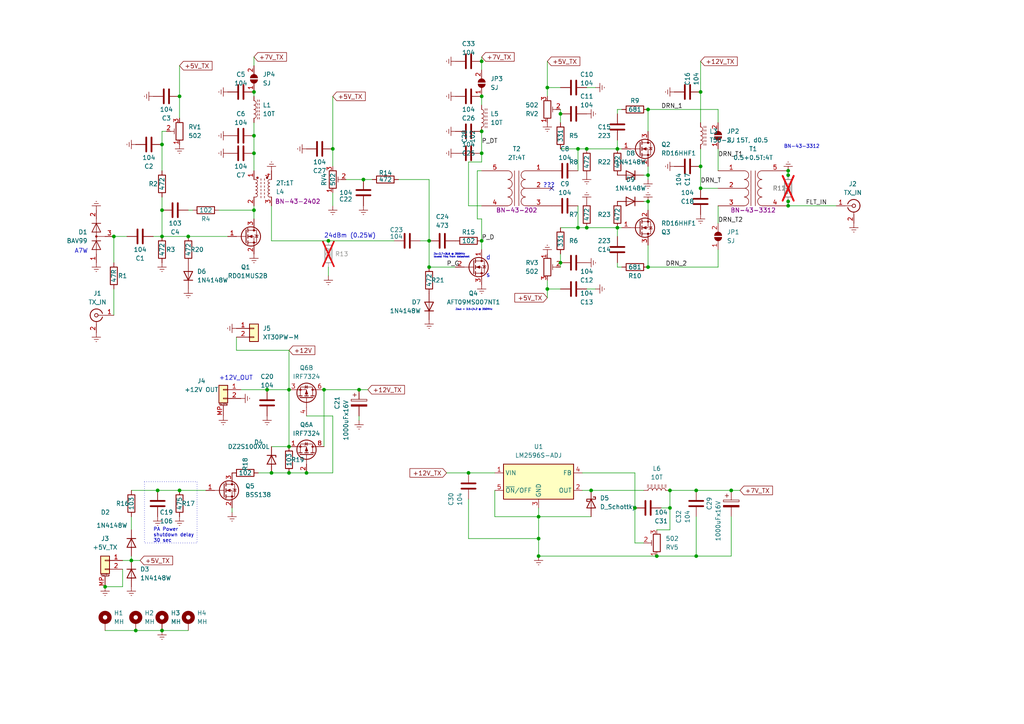
<source format=kicad_sch>
(kicad_sch (version 20230121) (generator eeschema)
  (paper "A4")
  (junction (at 228.6 49.53))
  (junction (at 77.47 113.03))
  (junction (at 158.75 25.4))
  (junction (at 179.07 66.04))
  (junction (at 73.66 39.37))
  (junction (at 228.6 59.69))
  (junction (at 194.31 142.24))
  (junction (at 203.2 54.61))
  (junction (at 73.66 60.96))
  (junction (at 194.31 147.32))
  (junction (at 228.6 58.42))
  (junction (at 156.21 161.29))
  (junction (at 184.15 147.32))
  (junction (at 46.99 60.96))
  (junction (at 187.96 31.75))
  (junction (at 139.7 44.45))
  (junction (at 46.99 182.88))
  (junction (at 95.25 69.85))
  (junction (at 46.99 41.91))
  (junction (at 201.93 161.29))
  (junction (at 203.2 26.67))
  (junction (at 139.7 17.78))
  (junction (at 139.7 38.1))
  (junction (at 124.46 69.85))
  (junction (at 52.07 142.24))
  (junction (at 139.7 69.85))
  (junction (at 171.45 142.24))
  (junction (at 124.46 77.47))
  (junction (at 187.96 58.42))
  (junction (at 33.02 68.58))
  (junction (at 156.21 149.86))
  (junction (at 46.99 68.58))
  (junction (at 73.66 44.45))
  (junction (at 52.07 27.94))
  (junction (at 179.07 43.18))
  (junction (at 162.56 33.02))
  (junction (at 158.75 83.82))
  (junction (at 162.56 76.2))
  (junction (at 78.74 137.16))
  (junction (at 96.52 43.18))
  (junction (at 93.98 113.03))
  (junction (at 139.7 27.94))
  (junction (at 45.72 142.24))
  (junction (at 73.66 26.67))
  (junction (at 30.48 170.18))
  (junction (at 170.18 66.04))
  (junction (at 38.1 162.56))
  (junction (at 156.21 156.21))
  (junction (at 105.41 52.07))
  (junction (at 54.61 68.58))
  (junction (at 212.09 142.24))
  (junction (at 187.96 50.8))
  (junction (at 83.82 137.16))
  (junction (at 83.82 129.54))
  (junction (at 170.18 43.18))
  (junction (at 228.6 50.8))
  (junction (at 83.82 113.03))
  (junction (at 187.96 77.47))
  (junction (at 167.64 43.18))
  (junction (at 104.14 113.03))
  (junction (at 167.64 66.04))
  (junction (at 135.89 137.16))
  (junction (at 201.93 142.24))
  (junction (at 190.5 161.29))
  (junction (at 39.37 182.88))
  (junction (at 88.9 137.16))
  (junction (at 203.2 48.26))
  (no_connect (at 160.02 54.61))
  (wire (pts (xy 83.82 101.6) (xy 83.82 113.03)))
  (wire (pts (xy 184.15 147.32) (xy 184.15 137.16)))
  (wire (pts (xy 69.85 113.03) (xy 77.47 113.03)))
  (wire (pts (xy 38.1 153.67) (xy 38.1 149.86)))
  (wire (pts (xy 186.69 50.8) (xy 187.96 50.8)))
  (wire (pts (xy 191.77 147.32) (xy 194.31 147.32)))
  (wire (pts (xy 104.14 120.65) (xy 104.14 121.92)))
  (wire (pts (xy 138.43 49.53) (xy 138.43 63.5)))
  (wire (pts (xy 135.89 144.78) (xy 135.89 156.21)))
  (wire (pts (xy 44.45 68.58) (xy 46.99 68.58)))
  (wire (pts (xy 201.93 161.29) (xy 190.5 161.29)))
  (wire (pts (xy 170.18 43.18) (xy 179.07 43.18)))
  (wire (pts (xy 203.2 17.78) (xy 203.2 26.67)))
  (wire (pts (xy 170.18 66.04) (xy 179.07 66.04)))
  (wire (pts (xy 167.64 59.69) (xy 167.64 66.04)))
  (wire (pts (xy 184.15 137.16) (xy 168.91 137.16)))
  (wire (pts (xy 63.5 60.96) (xy 73.66 60.96)))
  (wire (pts (xy 73.66 39.37) (xy 73.66 44.45)))
  (wire (pts (xy 167.64 43.18) (xy 167.64 49.53)))
  (wire (pts (xy 95.25 69.85) (xy 114.3 69.85)))
  (wire (pts (xy 158.75 83.82) (xy 158.75 81.28)))
  (wire (pts (xy 139.7 38.1) (xy 139.7 44.45)))
  (wire (pts (xy 203.2 54.61) (xy 208.28 54.61)))
  (wire (pts (xy 228.6 49.53) (xy 228.6 50.8)))
  (wire (pts (xy 212.09 149.86) (xy 212.09 161.29)))
  (wire (pts (xy 179.07 40.64) (xy 179.07 43.18)))
  (wire (pts (xy 179.07 31.75) (xy 179.07 33.02)))
  (wire (pts (xy 179.07 43.18) (xy 180.34 43.18)))
  (wire (pts (xy 162.56 43.18) (xy 167.64 43.18)))
  (wire (pts (xy 201.93 149.86) (xy 201.93 161.29)))
  (wire (pts (xy 78.74 129.54) (xy 83.82 129.54)))
  (wire (pts (xy 167.64 66.04) (xy 170.18 66.04)))
  (wire (pts (xy 73.66 35.56) (xy 73.66 39.37)))
  (wire (pts (xy 54.61 68.58) (xy 66.04 68.58)))
  (wire (pts (xy 187.96 50.8) (xy 187.96 48.26)))
  (wire (pts (xy 139.7 59.69) (xy 135.89 59.69)))
  (wire (pts (xy 139.7 63.5) (xy 139.7 69.85)))
  (wire (pts (xy 158.75 17.78) (xy 158.75 25.4)))
  (wire (pts (xy 115.57 52.07) (xy 124.46 52.07)))
  (wire (pts (xy 203.2 43.18) (xy 203.2 48.26)))
  (wire (pts (xy 187.96 77.47) (xy 187.96 71.12)))
  (wire (pts (xy 35.56 165.1) (xy 35.56 170.18)))
  (wire (pts (xy 52.07 27.94) (xy 52.07 34.29)))
  (wire (pts (xy 46.99 68.58) (xy 54.61 68.58)))
  (wire (pts (xy 100.33 52.07) (xy 105.41 52.07)))
  (wire (pts (xy 129.54 137.16) (xy 135.89 137.16)))
  (wire (pts (xy 96.52 27.94) (xy 96.52 43.18)))
  (wire (pts (xy 228.6 59.69) (xy 242.57 59.69)))
  (wire (pts (xy 38.1 142.24) (xy 45.72 142.24)))
  (wire (pts (xy 73.66 16.51) (xy 73.66 19.05)))
  (wire (pts (xy 73.66 59.69) (xy 73.66 60.96)))
  (wire (pts (xy 179.07 66.04) (xy 179.07 68.58)))
  (wire (pts (xy 104.14 113.03) (xy 106.68 113.03)))
  (wire (pts (xy 38.1 162.56) (xy 35.56 162.56)))
  (wire (pts (xy 184.15 157.48) (xy 184.15 147.32)))
  (wire (pts (xy 124.46 52.07) (xy 124.46 69.85)))
  (wire (pts (xy 73.66 60.96) (xy 73.66 63.5)))
  (wire (pts (xy 33.02 68.58) (xy 36.83 68.58)))
  (wire (pts (xy 158.75 25.4) (xy 158.75 27.94)))
  (wire (pts (xy 162.56 76.2) (xy 162.56 77.47)))
  (wire (pts (xy 139.7 16.51) (xy 139.7 17.78)))
  (wire (pts (xy 46.99 38.1) (xy 48.26 38.1)))
  (wire (pts (xy 35.56 170.18) (xy 30.48 170.18)))
  (wire (pts (xy 78.74 69.85) (xy 95.25 69.85)))
  (wire (pts (xy 124.46 77.47) (xy 132.08 77.47)))
  (wire (pts (xy 208.28 49.53) (xy 208.28 43.18)))
  (wire (pts (xy 46.99 57.15) (xy 46.99 60.96)))
  (wire (pts (xy 156.21 161.29) (xy 156.21 156.21)))
  (wire (pts (xy 139.7 17.78) (xy 139.7 20.32)))
  (wire (pts (xy 194.31 153.67) (xy 194.31 147.32)))
  (wire (pts (xy 135.89 59.69) (xy 135.89 46.99)))
  (wire (pts (xy 194.31 142.24) (xy 201.93 142.24)))
  (wire (pts (xy 38.1 162.56) (xy 38.1 161.29)))
  (wire (pts (xy 186.69 157.48) (xy 184.15 157.48)))
  (wire (pts (xy 138.43 63.5) (xy 139.7 63.5)))
  (wire (pts (xy 139.7 46.99) (xy 139.7 44.45)))
  (wire (pts (xy 96.52 120.65) (xy 96.52 137.16)))
  (wire (pts (xy 96.52 43.18) (xy 96.52 48.26)))
  (wire (pts (xy 33.02 91.44) (xy 33.02 83.82)))
  (wire (pts (xy 135.89 156.21) (xy 156.21 156.21)))
  (wire (pts (xy 52.07 19.05) (xy 52.07 27.94)))
  (wire (pts (xy 187.96 31.75) (xy 187.96 38.1)))
  (wire (pts (xy 74.93 137.16) (xy 78.74 137.16)))
  (wire (pts (xy 162.56 33.02) (xy 162.56 35.56)))
  (wire (pts (xy 88.9 120.65) (xy 96.52 120.65)))
  (wire (pts (xy 162.56 66.04) (xy 167.64 66.04)))
  (wire (pts (xy 179.07 77.47) (xy 179.07 76.2)))
  (wire (pts (xy 167.64 43.18) (xy 170.18 43.18)))
  (wire (pts (xy 208.28 59.69) (xy 208.28 64.77)))
  (wire (pts (xy 46.99 60.96) (xy 46.99 68.58)))
  (wire (pts (xy 203.2 26.67) (xy 203.2 35.56)))
  (wire (pts (xy 67.31 147.32) (xy 67.31 148.59)))
  (wire (pts (xy 179.07 66.04) (xy 180.34 66.04)))
  (wire (pts (xy 46.99 41.91) (xy 46.99 38.1)))
  (wire (pts (xy 212.09 142.24) (xy 214.63 142.24)))
  (wire (pts (xy 124.46 69.85) (xy 124.46 77.47)))
  (wire (pts (xy 172.72 83.82) (xy 170.18 83.82)))
  (wire (pts (xy 68.58 97.79) (xy 68.58 101.6)))
  (wire (pts (xy 78.74 137.16) (xy 83.82 137.16)))
  (wire (pts (xy 33.02 76.2) (xy 33.02 68.58)))
  (wire (pts (xy 93.98 113.03) (xy 93.98 129.54)))
  (wire (pts (xy 162.56 76.2) (xy 162.56 73.66)))
  (wire (pts (xy 190.5 161.29) (xy 156.21 161.29)))
  (wire (pts (xy 156.21 149.86) (xy 156.21 147.32)))
  (wire (pts (xy 135.89 46.99) (xy 139.7 46.99)))
  (wire (pts (xy 96.52 55.88) (xy 96.52 59.69)))
  (wire (pts (xy 190.5 153.67) (xy 194.31 153.67)))
  (wire (pts (xy 228.6 59.69) (xy 228.6 58.42)))
  (wire (pts (xy 95.25 77.47) (xy 95.25 80.01)))
  (wire (pts (xy 194.31 147.32) (xy 194.31 142.24)))
  (wire (pts (xy 171.45 142.24) (xy 186.69 142.24)))
  (wire (pts (xy 187.96 31.75) (xy 208.28 31.75)))
  (wire (pts (xy 73.66 26.67) (xy 73.66 27.94)))
  (wire (pts (xy 180.34 31.75) (xy 179.07 31.75)))
  (wire (pts (xy 156.21 156.21) (xy 156.21 149.86)))
  (wire (pts (xy 143.51 142.24) (xy 143.51 149.86)))
  (wire (pts (xy 83.82 113.03) (xy 83.82 129.54)))
  (wire (pts (xy 158.75 83.82) (xy 162.56 83.82)))
  (wire (pts (xy 45.72 142.24) (xy 52.07 142.24)))
  (wire (pts (xy 168.91 142.24) (xy 171.45 142.24)))
  (wire (pts (xy 83.82 137.16) (xy 88.9 137.16)))
  (wire (pts (xy 121.92 69.85) (xy 124.46 69.85)))
  (wire (pts (xy 138.43 49.53) (xy 139.7 49.53)))
  (wire (pts (xy 158.75 86.36) (xy 158.75 83.82)))
  (wire (pts (xy 187.96 52.07) (xy 187.96 50.8)))
  (wire (pts (xy 139.7 30.48) (xy 139.7 27.94)))
  (wire (pts (xy 55.88 60.96) (xy 54.61 60.96)))
  (wire (pts (xy 88.9 137.16) (xy 96.52 137.16)))
  (wire (pts (xy 143.51 149.86) (xy 156.21 149.86)))
  (wire (pts (xy 139.7 69.85) (xy 139.7 72.39)))
  (wire (pts (xy 46.99 49.53) (xy 46.99 41.91)))
  (wire (pts (xy 77.47 113.03) (xy 83.82 113.03)))
  (wire (pts (xy 73.66 49.53) (xy 73.66 44.45)))
  (wire (pts (xy 40.64 162.56) (xy 38.1 162.56)))
  (wire (pts (xy 105.41 52.07) (xy 107.95 52.07)))
  (wire (pts (xy 93.98 113.03) (xy 104.14 113.03)))
  (wire (pts (xy 208.28 77.47) (xy 187.96 77.47)))
  (wire (pts (xy 208.28 35.56) (xy 208.28 31.75)))
  (wire (pts (xy 162.56 33.02) (xy 162.56 31.75)))
  (wire (pts (xy 78.74 59.69) (xy 78.74 69.85)))
  (wire (pts (xy 158.75 25.4) (xy 162.56 25.4)))
  (wire (pts (xy 172.72 25.4) (xy 170.18 25.4)))
  (wire (pts (xy 68.58 101.6) (xy 83.82 101.6)))
  (wire (pts (xy 212.09 161.29) (xy 201.93 161.29)))
  (wire (pts (xy 208.28 72.39) (xy 208.28 77.47)))
  (wire (pts (xy 156.21 149.86) (xy 171.45 149.86)))
  (wire (pts (xy 203.2 48.26) (xy 203.2 54.61)))
  (wire (pts (xy 30.48 182.88) (xy 39.37 182.88)))
  (wire (pts (xy 135.89 137.16) (xy 143.51 137.16)))
  (wire (pts (xy 52.07 142.24) (xy 59.69 142.24)))
  (wire (pts (xy 46.99 182.88) (xy 54.61 182.88)))
  (wire (pts (xy 201.93 142.24) (xy 212.09 142.24)))
  (wire (pts (xy 186.69 58.42) (xy 187.96 58.42)))
  (wire (pts (xy 180.34 77.47) (xy 179.07 77.47)))
  (wire (pts (xy 39.37 182.88) (xy 46.99 182.88)))
  (wire (pts (xy 187.96 58.42) (xy 187.96 60.96)))
  (rectangle (start 41.91 139.7) (end 57.15 157.48) (stroke (width 0) (type dot)))
  (text "s" (at 140.97 80.645 0) (effects (font (size 1.27 1.27)) (justify left bottom)))
  (text "d" (at 140.97 75.565 0) (effects (font (size 1.27 1.27)) (justify left bottom)))
  (text "Zout = 3.5+j4.2 @ 350MHz" (at 132.08 90.17 0) (effects (font (size 0.5 0.5)) (justify left bottom)))
  (text "BN-43-3312" (at 227.33 43.18 0) (effects (font (size 1 1)) (justify left bottom)))
  (text "PA Power\nshutdown delay\n30 sec" (at 44.45 157.48 0) (effects (font (size 1 1)) (justify left bottom)))
  (text "Zs=2.7+j6.6 @ 350MHz\nlowest freq from datasheet" (at 125.73 74.93 0) (effects (font (size 0.5 0.5)) (justify left bottom)))
  (text "A7W" (at 21.59 73.66 0) (effects (font (size 1.27 1.27)) (justify left bottom)))
  (text "24dBm (0.25W)" (at 93.98 69.215 0) (effects (font (size 1.27 1.27)) (justify left bottom)))
  (text "+12V_OUT" (at 63.5 110.49 0) (effects (font (size 1.27 1.27)) (justify left bottom)))
  (text "???" (at 157.48 54.61 0) (effects (font (size 1.27 1.27)) (justify left bottom)))
  (label "P_G" (at 129.54 77.47 0))
  (label "DRN_2" (at 193.04 77.47 0))
  (label "FLT_IN" (at 233.68 59.69 0))
  (label "P_DT" (at 139.7 41.91 0))
  (label "DRN_T1" (at 208.28 45.72 0))
  (label "DRN_T" (at 203.2 53.34 0))
  (label "P_D" (at 139.7 69.85 0))
  (label "DRN_T2" (at 208.28 64.77 0))
  (label "DRN_1" (at 191.77 31.75 0))
  (global_label "+12V_TX" (shape input) (at 203.2 17.78 0) (property "Intersheetrefs" "${INTERSHEET_REFS}" (effects hide)))
  (global_label "+12V_TX" (shape input) (at 106.68 113.03 0) (property "Intersheetrefs" "${INTERSHEET_REFS}" (effects hide)))
  (global_label "+5V_TX" (shape input) (at 96.52 27.94 0) (property "Intersheetrefs" "${INTERSHEET_REFS}" (effects hide)))
  (global_label "+5V_TX" (shape input) (at 158.75 86.36 180) (property "Intersheetrefs" "${INTERSHEET_REFS}" (effects hide)))
  (global_label "+5V_TX" (shape input) (at 158.75 17.78 0) (property "Intersheetrefs" "${INTERSHEET_REFS}" (effects hide)))
  (global_label "+5V_TX" (shape input) (at 52.07 19.05 0) (property "Intersheetrefs" "${INTERSHEET_REFS}" (effects hide)))
  (global_label "+5V_TX" (shape input) (at 40.64 162.56 0) (property "Intersheetrefs" "${INTERSHEET_REFS}" (effects hide)))
  (global_label "+7V_TX" (shape input) (at 214.63 142.24 0) (property "Intersheetrefs" "${INTERSHEET_REFS}" (effects hide)))
  (global_label "+7V_TX" (shape input) (at 73.66 16.51 0) (property "Intersheetrefs" "${INTERSHEET_REFS}" (effects hide)))
  (global_label "+12V" (shape input) (at 83.82 101.6 0) (property "Intersheetrefs" "${INTERSHEET_REFS}" (effects hide)))
  (global_label "+7V_TX" (shape input) (at 139.7 16.51 0) (property "Intersheetrefs" "${INTERSHEET_REFS}" (effects hide)))
  (global_label "+12V_TX" (shape input) (at 129.54 137.16 180) (property "Intersheetrefs" "${INTERSHEET_REFS}" (effects hide)))
  (symbol (lib_id "power:Earth") (at 96.52 59.69 0) (unit 1)
    (property "Reference" "#PWR029" (effects hide))
    (property "Value" "Earth" (effects hide))
  )
  (symbol (lib_id "Jumper:SolderJumper_2_Open") (at 208.28 68.58 90) (unit 1)
    (property "Reference" "JP1" (at 210.82 67.31 90) (effects (justify right)))
    (property "Value" "SJ" (at 210.82 69.85 90) (effects (justify right)))
    (property "Footprint" "PhilsFootprintLibrary:SolderJumper-2_P1.3mm_Open_Pad2.0x1.5mm" (effects hide))
  )
  (symbol (lib_id "Device:R") (at 124.46 81.28 180) (unit 1)
    (property "Reference" "R21" (at 127 81.28 0))
    (property "Value" "472" (at 124.46 81.28 90))
    (property "Footprint" "Resistor_SMD:R_0805_2012Metric" (effects hide))
  )
  (symbol (lib_id "Device:R") (at 179.07 46.99 180) (unit 1)
    (property "Reference" "R22" (at 175.26 46.99 0))
    (property "Value" "472" (at 179.07 46.99 90))
    (property "Footprint" "Resistor_SMD:R_0805_2012Metric" (effects hide))
  )
  (symbol (lib_id "Device:R") (at 54.61 72.39 180) (unit 1)
    (property "Reference" "R20" (at 57.15 72.39 0))
    (property "Value" "472" (at 54.61 72.39 90))
    (property "Footprint" "Resistor_SMD:R_0805_2012Metric" (effects hide))
  )
  (symbol (lib_id "power:Earth") (at 68.58 95.25 270) (unit 1)
    (property "Reference" "#PWR046" (effects hide))
    (property "Value" "Earth" (effects hide))
  )
  (symbol (lib_id "power:Earth") (at 132.08 38.1 270) (unit 1)
    (property "Reference" "#PWR035" (effects hide))
    (property "Value" "Earth" (effects hide))
  )
  (symbol (lib_id "Device:R") (at 95.25 73.66 180) (unit 1) (dnp yes)
    (property "Reference" "R13" (at 97.155 73.66 0) (effects (justify right)))
    (property "Value" "22R" (at 95.25 75.565 90) (effects (justify right)))
    (property "Footprint" "Resistor_SMD:R_0805_2012Metric" (effects hide))
  )
  (symbol (lib_id "Device:C") (at 69.85 44.45 270) (mirror x) (unit 1)
    (property "Reference" "C7" (at 69.85 50.8 90))
    (property "Value" "104" (at 69.85 48.26 90))
    (property "Footprint" "Capacitor_SMD:C_0805_2012Metric" (effects hide))
  )
  (symbol (lib_id "Device:R") (at 38.1 146.05 0) (unit 1)
    (property "Reference" "R16" (at 35.56 146.05 0))
    (property "Value" "103" (at 38.1 146.05 90))
    (property "Footprint" "Resistor_SMD:R_0805_2012Metric" (effects hide))
  )
  (symbol (lib_id "power:Earth") (at 38.1 170.18 0) (unit 1)
    (property "Reference" "#PWR026" (effects hide))
    (property "Value" "Earth" (effects hide))
  )
  (symbol (lib_id "Device:C") (at 40.64 68.58 270) (mirror x) (unit 1)
    (property "Reference" "C1" (at 40.64 74.93 90))
    (property "Value" "104" (at 40.64 72.39 90))
    (property "Footprint" "Capacitor_SMD:C_0805_2012Metric" (effects hide))
  )
  (symbol (lib_id "Regulator_Switching:LM2596S-ADJ") (at 156.21 139.7 0) (unit 1)
    (property "Reference" "U1" (at 156.21 129.54 0))
    (property "Value" "LM2596S-ADJ" (at 156.21 132.08 0))
    (property "Footprint" "Package_TO_SOT_SMD:TO-263-5_TabPin3" (effects hide))
    (property "Datasheet" "http://www.ti.com/lit/ds/symlink/lm2596.pdf" (effects hide))
  )
  (symbol (lib_id "Device:L_Ferrite") (at 139.7 34.29 0) (unit 1)
    (property "Reference" "L5" (at 142.24 33.02 0) (effects (justify left)))
    (property "Value" "10T" (at 142.24 35.56 0) (effects (justify left)))
    (property "Footprint" "PhilsFootprintLibrary:L_T50_L13_W8_P5mm" (effects hide))
  )
  (symbol (lib_id "Device:R_Potentiometer_Trim") (at 96.52 52.07 0) (mirror x) (unit 1)
    (property "Reference" "RV4" (at 93.98 52.07 90))
    (property "Value" "502" (at 96.52 52.07 90))
    (property "Footprint" "Potentiometer_SMD:Potentiometer_Bourns_3224W_Vertical" (effects hide))
  )
  (symbol (lib_id "power:Earth") (at 132.08 44.45 270) (unit 1)
    (property "Reference" "#PWR034" (effects hide))
    (property "Value" "Earth" (effects hide))
  )
  (symbol (lib_id "power:Earth") (at 27.94 60.96 0) (mirror x) (unit 1)
    (property "Reference" "#PWR01" (effects hide))
    (property "Value" "Earth" (effects hide))
  )
  (symbol (lib_id "power:Earth") (at 27.94 96.52 0) (mirror y) (unit 1)
    (property "Reference" "#PWR03" (effects hide))
    (property "Value" "Earth" (effects hide))
  )
  (symbol (lib_id "Diode:1N4148W") (at 124.46 88.9 90) (unit 1)
    (property "Reference" "D7" (at 119.38 87.63 90) (effects (justify right)))
    (property "Value" "1N4148W" (at 113.03 90.17 90) (effects (justify right)))
    (property "Footprint" "Diode_SMD:D_SOD-123" (effects hide))
    (property "Datasheet" "https://www.vishay.com/docs/85748/1n4148w.pdf" (effects hide))
    (property "Sim.Device" "D" (effects hide))
    (property "Sim.Pins" "1=K 2=A" (effects hide))
  )
  (symbol (lib_id "power:Earth") (at 139.7 82.55 0) (unit 1)
    (property "Reference" "#PWR031" (effects hide))
    (property "Value" "Earth" (effects hide))
  )
  (symbol (lib_id "power:Earth") (at 104.14 121.92 0) (unit 1)
    (property "Reference" "#PWR045" (effects hide))
    (property "Value" "Earth" (effects hide))
  )
  (symbol (lib_id "Device:R_Potentiometer_Trim") (at 190.5 157.48 180) (unit 1)
    (property "Reference" "RV5" (at 193.04 158.75 0) (effects (justify right)))
    (property "Value" "502" (at 193.04 156.21 0) (effects (justify right)))
    (property "Footprint" "Potentiometer_SMD:Potentiometer_Bourns_3214W_Vertical" (effects hide))
  )
  (symbol (lib_id "Device:C") (at 163.83 59.69 270) (unit 1)
    (property "Reference" "C9" (at 163.83 53.34 90))
    (property "Value" "104" (at 163.83 55.88 90))
    (property "Footprint" "Capacitor_SMD:C_1206_3216Metric" (effects hide))
  )
  (symbol (lib_id "power:Earth") (at 228.6 49.53 0) (mirror x) (unit 1)
    (property "Reference" "#PWR027" (effects hide))
    (property "Value" "Earth" (effects hide))
  )
  (symbol (lib_id "Device:R") (at 228.6 54.61 180) (unit 1) (dnp yes)
    (property "Reference" "R11" (at 226.06 54.61 0))
    (property "Value" "511" (at 228.6 54.61 90))
    (property "Footprint" "Resistor_SMD:R_1210_3225Metric_Pad1.30x2.65mm_HandSolder" (effects hide))
  )
  (symbol (lib_id "power:Earth") (at 247.65 64.77 0) (mirror y) (unit 1)
    (property "Reference" "#PWR044" (effects hide))
    (property "Value" "Earth" (effects hide))
  )
  (symbol (lib_id "Device:C_Polarized") (at 212.09 146.05 0) (unit 1)
    (property "Reference" "C29" (at 205.74 146.05 90))
    (property "Value" "1000uFx16V" (at 208.28 151.13 90))
    (property "Footprint" "Capacitor_SMD:CP_Elec_10x12.6" (effects hide))
  )
  (symbol (lib_id "Diode:DZ2S100X0L") (at 78.74 133.35 270) (unit 1)
    (property "Reference" "D4" (at 73.66 128.27 90) (effects (justify left)))
    (property "Value" "DZ2S100X0L" (at 66.04 129.54 90) (effects (justify left)))
    (property "Footprint" "Diode_SMD:D_SOD-523" (effects hide))
    (property "Datasheet" "https://industrial.panasonic.com/content/data/SC/ds/ds4/DZ2S10000L_E.pdf" (effects hide))
  )
  (symbol (lib_id "Device:R_Potentiometer_Trim") (at 158.75 31.75 0) (mirror x) (unit 1)
    (property "Reference" "RV2" (at 156.21 33.02 0) (effects (justify right)))
    (property "Value" "502" (at 156.21 30.48 0) (effects (justify right)))
    (property "Footprint" "Potentiometer_SMD:Potentiometer_Bourns_3214W_Vertical" (effects hide))
  )
  (symbol (lib_id "Device:C") (at 166.37 76.2 270) (unit 1)
    (property "Reference" "C12" (at 170.18 81.28 90))
    (property "Value" "104" (at 170.18 78.74 90))
    (property "Footprint" "Capacitor_SMD:C_0805_2012Metric" (effects hide))
  )
  (symbol (lib_id "Device:R") (at 184.15 31.75 90) (unit 1)
    (property "Reference" "R9" (at 184.15 29.21 90))
    (property "Value" "681" (at 184.15 31.75 90))
    (property "Footprint" "Resistor_SMD:R_1206_3216Metric" (effects hide))
  )
  (symbol (lib_id "power:Earth") (at 88.9 43.18 270) (unit 1)
    (property "Reference" "#PWR033" (effects hide))
    (property "Value" "Earth" (effects hide))
  )
  (symbol (lib_id "Device:R_Potentiometer_Trim") (at 52.07 38.1 180) (unit 1)
    (property "Reference" "RV1" (at 54.61 36.83 0) (effects (justify right)))
    (property "Value" "502" (at 54.61 39.37 0) (effects (justify right)))
    (property "Footprint" "Potentiometer_SMD:Potentiometer_Bourns_3214W_Vertical" (effects hide))
  )
  (symbol (lib_id "Device:C") (at 166.37 33.02 270) (mirror x) (unit 1)
    (property "Reference" "C11" (at 170.18 27.94 90))
    (property "Value" "104" (at 170.18 30.48 90))
    (property "Footprint" "Capacitor_SMD:C_0805_2012Metric" (effects hide))
  )
  (symbol (lib_id "power:Earth") (at 77.47 120.65 0) (unit 1)
    (property "Reference" "#PWR043" (effects hide))
    (property "Value" "Earth" (effects hide))
  )
  (symbol (lib_id "Device:L_Ferrite") (at 190.5 142.24 90) (unit 1)
    (property "Reference" "L6" (at 190.5 135.89 90))
    (property "Value" "10T" (at 190.5 138.43 90))
    (property "Footprint" "Inductor_SMD:L_12x12mm_H8mm" (effects hide))
  )
  (symbol (lib_id "Connector:Conn_Coaxial") (at 27.94 91.44 0) (mirror y) (unit 1)
    (property "Reference" "J1" (at 28.2574 85.09 0))
    (property "Value" "TX_IN" (at 28.2574 87.63 0))
    (property "Footprint" "Connector_Coaxial:SMA_Amphenol_132289_EdgeMount" (effects hide))
    (property "Datasheet" " ~" (effects hide))
  )
  (symbol (lib_id "Device:C") (at 135.89 27.94 270) (mirror x) (unit 1)
    (property "Reference" "C26" (at 135.89 34.29 90))
    (property "Value" "104" (at 135.89 31.75 90))
    (property "Footprint" "Capacitor_SMD:C_0805_2012Metric" (effects hide))
  )
  (symbol (lib_id "power:Earth") (at 64.77 120.65 0) (unit 1)
    (property "Reference" "#PWR040" (effects hide))
    (property "Value" "Earth" (effects hide))
  )
  (symbol (lib_id "Device:R") (at 228.6 54.61 180) (unit 1) (dnp yes)
    (property "Reference" "R12" (at 226.06 54.61 0))
    (property "Value" "511" (at 228.6 54.61 90))
    (property "Footprint" "Resistor_SMD:R_1210_3225Metric_Pad1.30x2.65mm_HandSolder" (effects hide))
  )
  (symbol (lib_id "Device:R") (at 46.99 53.34 0) (unit 1)
    (property "Reference" "R2" (at 44.45 53.34 0))
    (property "Value" "472" (at 46.99 53.34 90))
    (property "Footprint" "Resistor_SMD:R_0805_2012Metric" (effects hide))
  )
  (symbol (lib_id "Mechanical:MountingHole_Pad") (at 46.99 180.34 0) (unit 1)
    (property "Reference" "H3" (at 49.53 177.8 0) (effects (justify left)))
    (property "Value" "MH" (at 49.53 180.34 0) (effects (justify left)))
    (property "Footprint" "MountingHole:MountingHole_3.2mm_M3_Pad" (effects hide))
  )
  (symbol (lib_id "power:Earth") (at 44.45 27.94 270) (mirror x) (unit 1)
    (property "Reference" "#PWR05" (effects hide))
    (property "Value" "Earth" (effects hide))
  )
  (symbol (lib_id "Device:C") (at 92.71 43.18 270) (mirror x) (unit 1)
    (property "Reference" "C27" (at 92.71 49.53 90))
    (property "Value" "104" (at 92.71 46.99 90))
    (property "Footprint" "Capacitor_SMD:C_0805_2012Metric" (effects hide))
  )
  (symbol (lib_id "Device:C") (at 199.39 26.67 90) (unit 1)
    (property "Reference" "C16" (at 199.39 22.86 0))
    (property "Value" "104" (at 201.93 22.86 0))
    (property "Footprint" "Capacitor_SMD:C_1210_3225Metric" (effects hide))
  )
  (symbol (lib_id "Device:R") (at 135.89 69.85 270) (unit 1)
    (property "Reference" "R15" (at 135.89 67.31 90))
    (property "Value" "102" (at 135.89 69.85 90))
    (property "Footprint" "Resistor_SMD:R_2512_6332Metric" (effects hide))
  )
  (symbol (lib_id "power:Earth") (at 69.85 115.57 90) (unit 1)
    (property "Reference" "#PWR042" (effects hide))
    (property "Value" "Earth" (effects hide))
  )
  (symbol (lib_id "Device:L_Ferrite") (at 73.66 31.75 0) (unit 1)
    (property "Reference" "L1" (at 76.2 30.48 0) (effects (justify left)))
    (property "Value" "10T" (at 76.2 33.02 0) (effects (justify left)))
    (property "Footprint" "Inductor_SMD:L_2512_6332Metric" (effects hide))
  )
  (symbol (lib_id "Device:Transformer_SP_1S") (at 149.86 54.61 0) (mirror y) (unit 1)
    (property "Reference" "T2" (at 149.86 43.18 0))
    (property "Value" "2T:4T" (at 149.86 45.72 0))
    (property "Footprint" "PhilsFootprintLibrary:Balun_5PIN_BN-43-202_SMD_Inverse" (effects hide))
    (property "Ferrite" "BN-43-202" (at 149.86 60.96 0))
  )
  (symbol (lib_id "Device:R") (at 33.02 80.01 180) (unit 1)
    (property "Reference" "R1" (at 35.56 80.01 0))
    (property "Value" "47R" (at 33.02 80.01 90))
    (property "Footprint" "Resistor_SMD:R_0805_2012Metric" (effects hide))
  )
  (symbol (lib_id "Device:C") (at 69.85 26.67 270) (mirror x) (unit 1)
    (property "Reference" "C5" (at 69.85 21.59 90))
    (property "Value" "104" (at 69.85 24.13 90))
    (property "Footprint" "Capacitor_SMD:C_0805_2012Metric" (effects hide))
  )
  (symbol (lib_id "Device:R") (at 170.18 62.23 0) (mirror y) (unit 1)
    (property "Reference" "R7" (at 166.37 62.23 0))
    (property "Value" "472" (at 170.18 62.23 90))
    (property "Footprint" "Resistor_SMD:R_0805_2012Metric" (effects hide))
  )
  (symbol (lib_id "power:Earth") (at 195.58 48.26 270) (mirror x) (unit 1)
    (property "Reference" "#PWR023" (effects hide))
    (property "Value" "Earth" (effects hide))
  )
  (symbol (lib_id "Device:Q_NMOS_GSD") (at 185.42 66.04 0) (mirror x) (unit 1)
    (property "Reference" "Q3" (at 191.77 67.31 0) (effects (justify left)))
    (property "Value" "RD16HHF1" (at 191.77 64.77 0) (effects (justify left)))
    (property "Footprint" "Package_TO_SOT_THT:TO-220-3_Horizontal_TabUp" (effects hide))
  )
  (symbol (lib_id "power:Earth") (at 158.75 73.66 0) (mirror x) (unit 1)
    (property "Reference" "#PWR013" (effects hide))
    (property "Value" "Earth" (effects hide))
  )
  (symbol (lib_id "power:Earth") (at 66.04 26.67 270) (mirror x) (unit 1)
    (property "Reference" "#PWR08" (effects hide))
    (property "Value" "Earth" (effects hide))
  )
  (symbol (lib_id "Device:R") (at 162.56 69.85 0) (mirror x) (unit 1)
    (property "Reference" "R6" (at 166.37 69.85 0))
    (property "Value" "331" (at 162.56 69.85 90))
    (property "Footprint" "Resistor_SMD:R_0805_2012Metric" (effects hide))
  )
  (symbol (lib_id "Connector_Generic_MountingPin:Conn_01x02_MountingPin") (at 64.77 113.03 0) (mirror y) (unit 1)
    (property "Reference" "J4" (at 58.42 110.49 0))
    (property "Value" "+12V OUT" (at 58.42 113.03 0))
    (property "Footprint" "Connector_JST:JST_PH_S2B-PH-SM4-TB_1x02-1MP_P2.00mm_Horizontal" (effects hide))
  )
  (symbol (lib_id "Device:C") (at 50.8 60.96 270) (mirror x) (unit 1)
    (property "Reference" "C4" (at 50.8 67.31 90))
    (property "Value" "103" (at 50.8 64.77 90))
    (property "Footprint" "Capacitor_SMD:C_0805_2012Metric" (effects hide))
  )
  (symbol (lib_id "Device:C") (at 166.37 83.82 270) (unit 1)
    (property "Reference" "C13" (at 170.18 87.63 90))
    (property "Value" "104" (at 170.18 85.09 90))
    (property "Footprint" "Capacitor_SMD:C_0805_2012Metric" (effects hide))
  )
  (symbol (lib_id "Jumper:SolderJumper_2_Open") (at 208.28 39.37 90) (unit 1)
    (property "Reference" "JP2" (at 210.82 38.1 90) (effects (justify right)))
    (property "Value" "SJ" (at 210.82 40.64 90) (effects (justify right)))
    (property "Footprint" "PhilsFootprintLibrary:SolderJumper-2_P1.3mm_Open_Pad2.0x1.5mm" (effects hide))
  )
  (symbol (lib_id "Device:C") (at 105.41 55.88 180) (unit 1)
    (property "Reference" "C22" (at 102.235 57.785 0) (effects (justify left)))
    (property "Value" "104" (at 102.235 55.88 0) (effects (justify left)))
    (property "Footprint" "Capacitor_SMD:C_0805_2012Metric" (effects hide))
  )
  (symbol (lib_id "Jumper:SolderJumper_2_Open") (at 139.7 24.13 90) (unit 1)
    (property "Reference" "JP3" (at 142.24 22.86 90) (effects (justify right)))
    (property "Value" "SJ" (at 142.24 25.4 90) (effects (justify right)))
    (property "Footprint" "PhilsFootprintLibrary:SolderJumper-2_P1.3mm_Open_Pad2.0x1.5mm" (effects hide))
  )
  (symbol (lib_id "Device:D_Schottky") (at 171.45 146.05 270) (unit 1)
    (property "Reference" "D5" (at 173.99 144.4625 90) (effects (justify left)))
    (property "Value" "D_Schottky" (at 173.99 147.0025 90) (effects (justify left)))
    (property "Footprint" "Diode_SMD:D_SMB" (effects hide))
  )
  (symbol (lib_id "Diode:1N4148W") (at 182.88 50.8 180) (unit 1)
    (property "Reference" "D8" (at 182.88 44.45 0))
    (property "Value" "1N4148W" (at 182.88 46.99 0))
    (property "Footprint" "Diode_SMD:D_SOD-123" (effects hide))
    (property "Datasheet" "https://www.vishay.com/docs/85748/1n4148w.pdf" (effects hide))
    (property "Sim.Device" "D" (effects hide))
    (property "Sim.Pins" "1=K 2=A" (effects hide))
  )
  (symbol (lib_id "power:Earth") (at 187.96 52.07 0) (mirror y) (unit 1)
    (property "Reference" "#PWR020" (effects hide))
    (property "Value" "Earth" (effects hide))
  )
  (symbol (lib_id "power:Earth") (at 195.58 26.67 270) (mirror x) (unit 1)
    (property "Reference" "#PWR022" (effects hide))
    (property "Value" "Earth" (effects hide))
  )
  (symbol (lib_id "Device:R") (at 179.07 62.23 0) (mirror y) (unit 1)
    (property "Reference" "R23" (at 175.26 62.23 0))
    (property "Value" "472" (at 179.07 62.23 90))
    (property "Footprint" "Resistor_SMD:R_0805_2012Metric" (effects hide))
  )
  (symbol (lib_id "Device:R") (at 71.12 137.16 90) (unit 1)
    (property "Reference" "R18" (at 71.12 134.62 0))
    (property "Value" "102" (at 71.12 137.16 90))
    (property "Footprint" "Resistor_SMD:R_0805_2012Metric" (effects hide))
  )
  (symbol (lib_id "power:Earth") (at 73.66 73.66 0) (mirror y) (unit 1)
    (property "Reference" "#PWR011" (effects hide))
    (property "Value" "Earth" (effects hide))
  )
  (symbol (lib_id "power:Earth") (at 45.72 149.86 0) (unit 1)
    (property "Reference" "#PWR037" (effects hide))
    (property "Value" "Earth" (effects hide))
  )
  (symbol (lib_id "Device:C") (at 118.11 69.85 270) (unit 1)
    (property "Reference" "C23" (at 113.03 66.675 90) (effects (justify left)))
    (property "Value" "104" (at 113.03 68.58 90) (effects (justify left)))
    (property "Footprint" "Capacitor_SMD:C_1206_3216Metric" (effects hide))
    (property "MANUFACTURER" "c" (effects hide))
  )
  (symbol (lib_id "Device:C") (at 135.89 140.97 180) (unit 1)
    (property "Reference" "C30" (at 130.81 144.78 90))
    (property "Value" "104" (at 133.35 144.78 90))
    (property "Footprint" "Capacitor_SMD:C_0805_2012Metric" (effects hide))
  )
  (symbol (lib_id "Device:C") (at 163.83 49.53 270) (mirror x) (unit 1)
    (property "Reference" "C8" (at 163.83 43.18 90))
    (property "Value" "104" (at 163.83 45.72 90))
    (property "Footprint" "Capacitor_SMD:C_1206_3216Metric" (effects hide))
  )
  (symbol (lib_id "Transistor_FET:IRF7324") (at 88.9 115.57 270) (mirror x) (unit 2)
    (property "Reference" "Q6" (at 88.9 106.68 90))
    (property "Value" "IRF7324" (at 88.9 109.22 90))
    (property "Footprint" "Package_SO:SOIC-8_3.9x4.9mm_P1.27mm" (effects hide))
    (property "Datasheet" "http://www.infineon.com/dgdl/irf7324pbf.pdf?fileId=5546d462533600a4015355f5f0861b4b" (effects hide))
  )
  (symbol (lib_id "Device:C_Polarized") (at 104.14 116.84 0) (unit 1)
    (property "Reference" "C21" (at 97.79 116.84 90))
    (property "Value" "1000uFx16V" (at 100.33 121.92 90))
    (property "Footprint" "Capacitor_SMD:CP_Elec_10x12.6" (effects hide))
  )
  (symbol (lib_id "Transistor_FET:BSS138") (at 64.77 142.24 0) (unit 1)
    (property "Reference" "Q5" (at 71.12 140.97 0) (effects (justify left)))
    (property "Value" "BSS138" (at 71.12 143.51 0) (effects (justify left)))
    (property "Footprint" "Package_TO_SOT_SMD:SOT-23" (effects hide))
    (property "Datasheet" "https://www.onsemi.com/pub/Collateral/BSS138-D.PDF" (effects hide))
  )
  (symbol (lib_id "Transistor_FET:IRF7324") (at 88.9 132.08 270) (mirror x) (unit 1)
    (property "Reference" "Q6" (at 88.9 123.19 90))
    (property "Value" "IRF7324" (at 88.9 125.73 90))
    (property "Footprint" "Package_SO:SOIC-8_3.9x4.9mm_P1.27mm" (effects hide))
    (property "Datasheet" "http://www.infineon.com/dgdl/irf7324pbf.pdf?fileId=5546d462533600a4015355f5f0861b4b" (effects hide))
  )
  (symbol (lib_id "Connector_Generic_MountingPin:Conn_01x02_MountingPin") (at 30.48 162.56 0) (mirror y) (unit 1)
    (property "Reference" "J3" (at 30.48 156.21 0))
    (property "Value" "+5V_TX" (at 30.48 158.75 0))
    (property "Footprint" "Connector_JST:JST_PH_S2B-PH-SM4-TB_1x02-1MP_P2.00mm_Horizontal" (effects hide))
  )
  (symbol (lib_id "power:Earth") (at 52.07 41.91 0) (mirror y) (unit 1)
    (property "Reference" "#PWR07" (effects hide))
    (property "Value" "Earth" (effects hide))
  )
  (symbol (lib_id "power:Earth") (at 52.07 149.86 0) (unit 1)
    (property "Reference" "#PWR039" (effects hide))
    (property "Value" "Earth" (effects hide))
  )
  (symbol (lib_id "Device:C") (at 179.07 72.39 180) (unit 1)
    (property "Reference" "C14" (at 175.26 72.39 0))
    (property "Value" "223" (at 175.26 69.85 0))
    (property "Footprint" "Capacitor_SMD:C_0805_2012Metric" (effects hide))
  )
  (symbol (lib_id "Device:C") (at 135.89 17.78 270) (mirror x) (unit 1)
    (property "Reference" "C33" (at 135.89 12.7 90))
    (property "Value" "104" (at 135.89 15.24 90))
    (property "Footprint" "Capacitor_SMD:C_0805_2012Metric" (effects hide))
  )
  (symbol (lib_id "power:Earth") (at 66.04 39.37 270) (mirror x) (unit 1)
    (property "Reference" "#PWR09" (effects hide))
    (property "Value" "Earth" (effects hide))
  )
  (symbol (lib_id "power:Earth") (at 170.18 33.02 90) (mirror x) (unit 1)
    (property "Reference" "#PWR014" (effects hide))
    (property "Value" "Earth" (effects hide))
  )
  (symbol (lib_id "Device:C") (at 187.96 147.32 270) (unit 1)
    (property "Reference" "C31" (at 191.77 151.13 90))
    (property "Value" "104" (at 191.77 148.59 90))
    (property "Footprint" "Capacitor_SMD:C_0805_2012Metric" (effects hide))
  )
  (symbol (lib_id "power:Earth") (at 132.08 17.78 270) (unit 1)
    (property "Reference" "#PWR048" (effects hide))
    (property "Value" "Earth" (effects hide))
  )
  (symbol (lib_id "power:Earth") (at 170.18 50.8 0) (mirror y) (unit 1)
    (property "Reference" "#PWR019" (effects hide))
    (property "Value" "Earth" (effects hide))
  )
  (symbol (lib_id "power:Earth") (at 203.2 62.23 0) (mirror y) (unit 1)
    (property "Reference" "#PWR024" (effects hide))
    (property "Value" "Earth" (effects hide))
  )
  (symbol (lib_id "Device:C") (at 43.18 41.91 270) (mirror x) (unit 1)
    (property "Reference" "C2" (at 43.18 48.26 90))
    (property "Value" "104" (at 43.18 45.72 90))
    (property "Footprint" "Capacitor_SMD:C_0805_2012Metric" (effects hide))
  )
  (symbol (lib_id "power:Earth") (at 30.48 170.18 0) (unit 1)
    (property "Reference" "#PWR025" (effects hide))
    (property "Value" "Earth" (effects hide))
  )
  (symbol (lib_id "Device:C") (at 166.37 25.4 270) (mirror x) (unit 1)
    (property "Reference" "C10" (at 170.18 21.59 90))
    (property "Value" "104" (at 170.18 24.13 90))
    (property "Footprint" "Capacitor_SMD:C_0805_2012Metric" (effects hide))
  )
  (symbol (lib_id "Device:C") (at 135.89 38.1 270) (mirror x) (unit 1)
    (property "Reference" "C25" (at 135.89 44.45 90))
    (property "Value" "104" (at 135.89 41.91 90))
    (property "Footprint" "Capacitor_SMD:C_0805_2012Metric" (effects hide))
  )
  (symbol (lib_id "Diode:1N4148W") (at 38.1 157.48 270) (unit 1)
    (property "Reference" "D2" (at 29.21 148.59 90) (effects (justify left)))
    (property "Value" "1N4148W" (at 27.94 152.4 90) (effects (justify left)))
    (property "Footprint" "Diode_SMD:D_SOD-123" (effects hide))
    (property "Datasheet" "https://www.vishay.com/docs/85748/1n4148w.pdf" (effects hide))
    (property "Sim.Device" "D" (effects hide))
    (property "Sim.Pins" "1=K 2=A" (effects hide))
  )
  (symbol (lib_id "Device:R") (at 170.18 46.99 180) (unit 1)
    (property "Reference" "R8" (at 166.37 46.99 0))
    (property "Value" "472" (at 170.18 46.99 90))
    (property "Footprint" "Resistor_SMD:R_0805_2012Metric" (effects hide))
  )
  (symbol (lib_id "Device:R") (at 83.82 133.35 0) (unit 1)
    (property "Reference" "R19" (at 86.36 133.35 0))
    (property "Value" "103" (at 83.82 133.35 90))
    (property "Footprint" "Resistor_SMD:R_0805_2012Metric" (effects hide))
  )
  (symbol (lib_id "Mechanical:MountingHole_Pad") (at 30.48 180.34 0) (unit 1)
    (property "Reference" "H1" (at 33.02 177.8 0) (effects (justify left)))
    (property "Value" "MH" (at 33.02 180.34 0) (effects (justify left)))
    (property "Footprint" "MountingHole:MountingHole_3.2mm_M3_Pad" (effects hide))
  )
  (symbol (lib_id "Diode:1N4148W") (at 182.88 58.42 180) (unit 1)
    (property "Reference" "D9" (at 182.88 52.07 0))
    (property "Value" "1N4148W" (at 182.88 54.61 0))
    (property "Footprint" "Diode_SMD:D_SOD-123" (effects hide))
    (property "Datasheet" "https://www.vishay.com/docs/85748/1n4148w.pdf" (effects hide))
    (property "Sim.Device" "D" (effects hide))
    (property "Sim.Pins" "1=K 2=A" (effects hide))
  )
  (symbol (lib_id "Diode:BAV99") (at 27.94 68.58 90) (unit 1)
    (property "Reference" "D1" (at 25.4 67.31 90) (effects (justify left)))
    (property "Value" "BAV99" (at 25.4 69.85 90) (effects (justify left)))
    (property "Footprint" "Package_TO_SOT_SMD:SOT-23" (effects hide))
    (property "Datasheet" "https://assets.nexperia.com/documents/data-sheet/BAV99_SER.pdf" (effects hide))
  )
  (symbol (lib_id "Device:L_Ferrite_Coupled_1243") (at 76.2 54.61 90) (mirror x) (unit 1)
    (property "Reference" "L4" (at 80.01 55.626 90) (effects (justify right)))
    (property "Value" "2T:1T" (at 80.01 53.086 90) (effects (justify right)))
    (property "Footprint" "PhilsFootprintLibrary:Balun_BN-43-2402_SMD" (effects hide))
    (property "Ferrite" "BN-43-2402" (at 86.36 58.42 90))
  )
  (symbol (lib_id "power:Earth") (at 105.41 59.69 0) (unit 1)
    (property "Reference" "#PWR030" (effects hide))
    (property "Value" "Earth" (effects hide))
  )
  (symbol (lib_id "power:Earth") (at 170.18 58.42 180) (unit 1)
    (property "Reference" "#PWR018" (effects hide))
    (property "Value" "Earth" (effects hide))
  )
  (symbol (lib_id "Device:C") (at 77.47 116.84 0) (mirror x) (unit 1)
    (property "Reference" "C20" (at 77.47 109.22 0))
    (property "Value" "104" (at 77.47 111.76 0))
    (property "Footprint" "Capacitor_SMD:C_0805_2012Metric" (effects hide))
  )
  (symbol (lib_id "power:Earth") (at 132.08 27.94 270) (unit 1)
    (property "Reference" "#PWR036" (effects hide))
    (property "Value" "Earth" (effects hide))
  )
  (symbol (lib_id "Device:Q_NMOS_GSD") (at 185.42 43.18 0) (unit 1)
    (property "Reference" "Q2" (at 191.77 41.91 0) (effects (justify left)))
    (property "Value" "RD16HHF1" (at 191.77 44.45 0) (effects (justify left)))
    (property "Footprint" "Package_TO_SOT_THT:TO-220-3_Horizontal_TabUp" (effects hide))
  )
  (symbol (lib_id "Device:C") (at 48.26 27.94 270) (mirror x) (unit 1)
    (property "Reference" "C3" (at 48.26 34.29 90))
    (property "Value" "104" (at 48.26 31.75 90))
    (property "Footprint" "Capacitor_SMD:C_0805_2012Metric" (effects hide))
  )
  (symbol (lib_id "Device:R") (at 162.56 39.37 0) (unit 1)
    (property "Reference" "R5" (at 166.37 39.37 0))
    (property "Value" "331" (at 162.56 39.37 90))
    (property "Footprint" "Resistor_SMD:R_0805_2012Metric" (effects hide))
  )
  (symbol (lib_id "power:Earth") (at 66.04 44.45 270) (mirror x) (unit 1)
    (property "Reference" "#PWR010" (effects hide))
    (property "Value" "Earth" (effects hide))
  )
  (symbol (lib_id "power:Earth") (at 27.94 76.2 0) (mirror y) (unit 1)
    (property "Reference" "#PWR02" (effects hide))
    (property "Value" "Earth" (effects hide))
  )
  (symbol (lib_id "Connector:Conn_Coaxial") (at 247.65 59.69 0) (unit 1)
    (property "Reference" "J2" (at 247.3326 53.34 0))
    (property "Value" "TX_IN" (at 247.3326 55.88 0))
    (property "Footprint" "Connector_Coaxial:SMA_Amphenol_132289_EdgeMount" (effects hide))
    (property "Datasheet" " ~" (effects hide))
  )
  (symbol (lib_id "Device:Q_NMOS_DGS") (at 137.16 77.47 0) (unit 1)
    (property "Reference" "Q4" (at 135.89 85.09 0) (effects (justify left)))
    (property "Value" "AFT09MS007NT1" (at 129.54 87.63 0) (effects (justify left)))
    (property "Footprint" "PhilsFootprintLibrary:PLD-1.5W-NoVias" (effects hide))
  )
  (symbol (lib_id "power:Earth") (at 170.18 76.2 90) (unit 1)
    (property "Reference" "#PWR015" (effects hide))
    (property "Value" "Earth" (effects hide))
  )
  (symbol (lib_id "Device:C") (at 203.2 58.42 180) (unit 1)
    (property "Reference" "C18" (at 199.39 58.42 0))
    (property "Value" "104" (at 199.39 55.88 0))
    (property "Footprint" "Capacitor_SMD:C_1206_3216Metric" (effects hide))
  )
  (symbol (lib_id "Connector_Generic:Conn_01x02") (at 73.66 95.25 0) (unit 1)
    (property "Reference" "J5" (at 76.2 95.25 0) (effects (justify left)))
    (property "Value" "XT30PW-M" (at 76.2 97.79 0) (effects (justify left)))
    (property "Footprint" "Connector_AMASS:AMASS_XT30PW-M_1x02_P2.50mm_Horizontal" (effects hide))
  )
  (symbol (lib_id "power:Earth") (at 172.72 83.82 90) (unit 1)
    (property "Reference" "#PWR017" (effects hide))
    (property "Value" "Earth" (effects hide))
  )
  (symbol (lib_id "Device:R") (at 111.76 52.07 90) (unit 1)
    (property "Reference" "R14" (at 109.855 50.165 90) (effects (justify right)))
    (property "Value" "472" (at 109.855 52.07 90) (effects (justify right)))
    (property "Footprint" "Resistor_SMD:R_0805_2012Metric" (effects hide))
  )
  (symbol (lib_id "power:Earth") (at 156.21 161.29 0) (unit 1)
    (property "Reference" "#PWR047" (effects hide))
    (property "Value" "Earth" (effects hide))
  )
  (symbol (lib_id "Device:R") (at 59.69 60.96 90) (unit 1)
    (property "Reference" "R4" (at 59.69 63.5 90))
    (property "Value" "102" (at 59.69 60.96 90))
    (property "Footprint" "Resistor_SMD:R_0805_2012Metric" (effects hide))
  )
  (symbol (lib_id "power:Earth") (at 54.61 83.82 0) (mirror y) (unit 1)
    (property "Reference" "#PWR049" (effects hide))
    (property "Value" "Earth" (effects hide))
  )
  (symbol (lib_id "power:Earth") (at 67.31 148.59 0) (unit 1)
    (property "Reference" "#PWR041" (effects hide))
    (property "Value" "Earth" (effects hide))
  )
  (symbol (lib_id "power:Earth") (at 187.96 58.42 180) (unit 1)
    (property "Reference" "#PWR021" (effects hide))
    (property "Value" "Earth" (effects hide))
  )
  (symbol (lib_id "Device:C") (at 135.89 44.45 90) (unit 1)
    (property "Reference" "C28" (at 134.7216 41.529 0) (effects (justify left)))
    (property "Value" "102" (at 137.033 41.529 0) (effects (justify left)))
    (property "Footprint" "Capacitor_SMD:C_1210_3225Metric" (effects hide))
    (property "MANUFACTURER" "?" (effects hide))
  )
  (symbol (lib_id "Device:R") (at 52.07 146.05 0) (unit 1)
    (property "Reference" "R17" (at 54.61 146.05 0))
    (property "Value" "475" (at 52.07 146.05 90))
    (property "Footprint" "Resistor_SMD:R_0805_2012Metric" (effects hide))
  )
  (symbol (lib_id "power:Earth") (at 39.37 41.91 270) (mirror x) (unit 1)
    (property "Reference" "#PWR04" (effects hide))
    (property "Value" "Earth" (effects hide))
  )
  (symbol (lib_id "Diode:1N4148W") (at 38.1 166.37 270) (unit 1)
    (property "Reference" "D3" (at 40.64 165.1 90) (effects (justify left)))
    (property "Value" "1N4148W" (at 40.64 167.64 90) (effects (justify left)))
    (property "Footprint" "Diode_SMD:D_SOD-123" (effects hide))
    (property "Datasheet" "https://www.vishay.com/docs/85748/1n4148w.pdf" (effects hide))
    (property "Sim.Device" "D" (effects hide))
    (property "Sim.Pins" "1=K 2=A" (effects hide))
  )
  (symbol (lib_id "Diode:1N4148W") (at 54.61 80.01 90) (unit 1)
    (property "Reference" "D6" (at 57.15 78.74 90) (effects (justify right)))
    (property "Value" "1N4148W" (at 57.15 81.28 90) (effects (justify right)))
    (property "Footprint" "Diode_SMD:D_SOD-123" (effects hide))
    (property "Datasheet" "https://www.vishay.com/docs/85748/1n4148w.pdf" (effects hide))
    (property "Sim.Device" "D" (effects hide))
    (property "Sim.Pins" "1=K 2=A" (effects hide))
  )
  (symbol (lib_id "Mechanical:MountingHole_Pad") (at 54.61 180.34 0) (unit 1)
    (property "Reference" "H4" (at 57.15 177.8 0) (effects (justify left)))
    (property "Value" "MH" (at 57.15 180.34 0) (effects (justify left)))
    (property "Footprint" "MountingHole:MountingHole_3.2mm_M3_Pad" (effects hide))
  )
  (symbol (lib_id "Device:Transformer_SP_1S") (at 218.44 54.61 0) (unit 1)
    (property "Reference" "T1" (at 218.44 43.18 0))
    (property "Value" "0.5+0.5T:4T" (at 218.44 45.72 0))
    (property "Footprint" "PhilsFootprintLibrary:Transformer_BN-43-3312" (effects hide))
    (property "Ferrite" "BN-43-3312" (at 218.44 60.96 0))
  )
  (symbol (lib_id "Device:R") (at 184.15 77.47 90) (mirror x) (unit 1)
    (property "Reference" "R10" (at 184.15 80.01 90))
    (property "Value" "681" (at 184.15 77.47 90))
    (property "Footprint" "Resistor_SMD:R_1206_3216Metric" (effects hide))
  )
  (symbol (lib_id "power:Earth") (at 78.74 49.53 180) (unit 1)
    (property "Reference" "#PWR032" (effects hide))
    (property "Value" "Earth" (effects hide))
  )
  (symbol (lib_id "power:Earth") (at 46.99 76.2 0) (mirror y) (unit 1)
    (property "Reference" "#PWR06" (effects hide))
    (property "Value" "Earth" (effects hide))
  )
  (symbol (lib_id "Device:C") (at 201.93 146.05 180) (unit 1)
    (property "Reference" "C32" (at 196.85 149.86 90))
    (property "Value" "104" (at 199.39 149.86 90))
    (property "Footprint" "Capacitor_SMD:C_0805_2012Metric" (effects hide))
  )
  (symbol (lib_id "Device:C") (at 69.85 39.37 270) (mirror x) (unit 1)
    (property "Reference" "C6" (at 69.85 33.02 90))
    (property "Value" "104" (at 69.85 35.56 90))
    (property "Footprint" "Capacitor_SMD:C_0805_2012Metric" (effects hide))
  )
  (symbol (lib_id "Mechanical:MountingHole_Pad") (at 39.37 180.34 0) (unit 1)
    (property "Reference" "H2" (at 41.91 177.8 0) (effects (justify left)))
    (property "Value" "MH" (at 41.91 180.34 0) (effects (justify left)))
    (property "Footprint" "MountingHole:MountingHole_3.2mm_M3_Pad" (effects hide))
  )
  (symbol (lib_id "Device:Q_NMOS_GSD") (at 71.12 68.58 0) (unit 1)
    (property "Reference" "Q1" (at 69.85 77.47 0) (effects (justify left)))
    (property "Value" "RD01MUS2B" (at 66.04 80.01 0) (effects (justify left)))
    (property "Footprint" "Package_TO_SOT_SMD:SOT-89-3" (effects hide))
  )
  (symbol (lib_id "Jumper:SolderJumper_2_Open") (at 73.66 22.86 90) (unit 1)
    (property "Reference" "JP4" (at 76.2 21.59 90) (effects (justify right)))
    (property "Value" "SJ" (at 76.2 24.13 90) (effects (justify right)))
    (property "Footprint" "PhilsFootprintLibrary:SolderJumper-2_P1.3mm_Open_Pad2.0x1.5mm" (effects hide))
  )
  (symbol (lib_id "power:Earth") (at 95.25 80.01 0) (unit 1)
    (property "Reference" "#PWR028" (effects hide))
    (property "Value" "Earth" (effects hide))
  )
  (symbol (lib_id "power:Earth") (at 124.46 92.71 0) (mirror y) (unit 1)
    (property "Reference" "#PWR050" (effects hide))
    (property "Value" "Earth" (effects hide))
  )
  (symbol (lib_id "Device:R_Potentiometer_Trim") (at 158.75 77.47 0) (unit 1)
    (property "Reference" "RV3" (at 156.21 76.2 0) (effects (justify right)))
    (property "Value" "502" (at 156.21 78.74 0) (effects (justify right)))
    (property "Footprint" "Potentiometer_SMD:Potentiometer_Bourns_3214W_Vertical" (effects hide))
  )
  (symbol (lib_id "Device:R") (at 46.99 72.39 180) (unit 1)
    (property "Reference" "R3" (at 49.53 72.39 0))
    (property "Value" "472" (at 46.99 72.39 90))
    (property "Footprint" "Resistor_SMD:R_0805_2012Metric" (effects hide))
  )
  (symbol (lib_id "Device:C") (at 199.39 48.26 270) (unit 1)
    (property "Reference" "C17" (at 199.39 52.07 0))
    (property "Value" "104" (at 196.85 52.07 0))
    (property "Footprint" "Capacitor_SMD:C_1206_3216Metric" (effects hide))
  )
  (symbol (lib_id "Device:C") (at 179.07 36.83 0) (mirror y) (unit 1)
    (property "Reference" "C15" (at 175.26 36.83 0))
    (property "Value" "223" (at 175.26 39.37 0))
    (property "Footprint" "Capacitor_SMD:C_0805_2012Metric" (effects hide))
  )
  (symbol (lib_id "power:Earth") (at 46.99 182.88 0) (unit 1)
    (property "Reference" "#PWR038" (effects hide))
    (property "Value" "Earth" (effects hide))
  )
  (symbol (lib_id "Device:C") (at 45.72 146.05 0) (mirror y) (unit 1)
    (property "Reference" "C19" (at 48.26 148.59 0))
    (property "Value" "106" (at 48.26 151.13 0))
    (property "Footprint" "Capacitor_SMD:C_0805_2012Metric" (effects hide))
  )
  (symbol (lib_id "Device:L_Ferrite") (at 203.2 39.37 0) (unit 1)
    (property "Reference" "L3" (at 205.74 38.1 0) (effects (justify left)))
    (property "Value" "T50-2, 15T, d0.5" (at 205.74 40.64 0) (effects (justify left)))
    (property "Footprint" "PhilsFootprintLibrary:L_T50_L13_W8_P5mm" (effects hide))
  )
  (symbol (lib_id "Device:C") (at 128.27 69.85 270) (unit 1)
    (property "Reference" "C24" (at 126.365 62.865 90) (effects (justify left)))
    (property "Value" "473" (at 126.365 65.405 90) (effects (justify left)))
    (property "Footprint" "Capacitor_SMD:C_0805_2012Metric" (effects hide))
    (property "MANUFACTURER" "c" (effects hide))
  )
  (symbol (lib_id "power:Earth") (at 172.72 25.4 90) (mirror x) (unit 1)
    (property "Reference" "#PWR016" (effects hide))
    (property "Value" "Earth" (effects hide))
  )
  (symbol (lib_id "power:Earth") (at 158.75 35.56 0) (mirror y) (unit 1)
    (property "Reference" "#PWR012" (effects hide))
    (property "Value" "Earth" (effects hide))
  )
)
</source>
